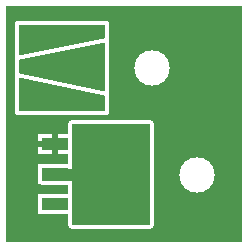
<source format=gbr>
%FSLAX34Y34*%
%MOMM*%
%LNCOPPER_TOP*%
G71*
G01*
%ADD10C, 5.000*%
%ADD11C, 0.300*%
%ADD12R, 3.000X4.100*%
%ADD13R, 3.000X1.800*%
%ADD14C, 0.800*%
%ADD15C, 0.500*%
%ADD16R, 2.200X3.300*%
%ADD17R, 2.200X1.000*%
%ADD18C, 0.000*%
%ADD19C, 3.000*%
%LPD*%
G36*
X0Y0D02*
X200000Y0D01*
X200000Y-200000D01*
X0Y-200000D01*
X0Y0D01*
G37*
%LPC*%
X123825Y-52388D02*
G54D10*
D03*
G54D11*
X85725Y-74612D02*
X9525Y-58738D01*
X9525Y-90488D01*
X85725Y-90488D01*
X85725Y-14288D01*
X9525Y-14288D01*
X9525Y-44450D01*
X85725Y-28575D01*
G54D11*
X9525Y-65088D02*
X9525Y-39688D01*
X98454Y-142640D02*
G54D12*
D03*
X41304Y-142640D02*
G54D13*
D03*
X41304Y-168040D02*
G54D13*
D03*
X41304Y-117240D02*
G54D13*
D03*
G36*
X30588Y-137878D02*
X55988Y-137878D01*
X55988Y-100174D01*
X121473Y-100174D01*
X121473Y-185106D01*
X55988Y-185106D01*
X55988Y-147403D01*
X30588Y-147403D01*
X30588Y-137878D01*
G37*
G54D14*
X30588Y-137878D02*
X55988Y-137878D01*
X55988Y-100174D01*
X121473Y-100174D01*
X121473Y-185106D01*
X55988Y-185106D01*
X55988Y-147403D01*
X30588Y-147403D01*
X30588Y-137878D01*
X161925Y-142875D02*
G54D10*
D03*
%LPD*%
G54D15*
G36*
X43804Y-117240D02*
X43804Y-126740D01*
X38804Y-126740D01*
X38804Y-117240D01*
X43804Y-117240D01*
G37*
G36*
X41304Y-119740D02*
X25804Y-119740D01*
X25804Y-114740D01*
X41304Y-114740D01*
X41304Y-119740D01*
G37*
G36*
X38804Y-117240D02*
X38804Y-107740D01*
X43804Y-107740D01*
X43804Y-117240D01*
X38804Y-117240D01*
G37*
X123825Y-52388D02*
G54D10*
D03*
X98454Y-142640D02*
G54D16*
D03*
X41304Y-142640D02*
G54D17*
D03*
X41304Y-168040D02*
G54D17*
D03*
X41304Y-117240D02*
G54D17*
D03*
G36*
X30588Y-137878D02*
X55988Y-137878D01*
X55988Y-100174D01*
X121473Y-100174D01*
X121473Y-185106D01*
X55988Y-185106D01*
X55988Y-147403D01*
X30588Y-147403D01*
X30588Y-137878D01*
G37*
G54D18*
X30588Y-137878D02*
X55988Y-137878D01*
X55988Y-100174D01*
X121473Y-100174D01*
X121473Y-185106D01*
X55988Y-185106D01*
X55988Y-147403D01*
X30588Y-147403D01*
X30588Y-137878D01*
X161925Y-142875D02*
G54D10*
D03*
%LNAUGENFREISTANZEN*%
%LPC*%
X123825Y-52388D02*
G54D19*
D03*
X161925Y-142875D02*
G54D19*
D03*
M02*

</source>
